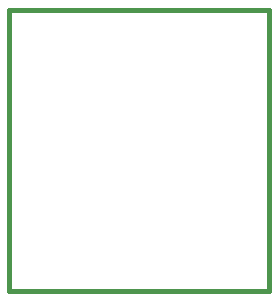
<source format=gko>
G04*
G04 #@! TF.GenerationSoftware,Altium Limited,Altium Designer,20.2.6 (244)*
G04*
G04 Layer_Color=16711935*
%FSLAX25Y25*%
%MOIN*%
G70*
G04*
G04 #@! TF.SameCoordinates,2912C924-6B85-435B-98AD-5968C9E07C92*
G04*
G04*
G04 #@! TF.FilePolarity,Positive*
G04*
G01*
G75*
%ADD34C,0.01575*%
D34*
X0Y0D02*
Y93898D01*
Y0D02*
X86614D01*
X0Y93898D02*
X86614Y93898D01*
Y0D02*
Y93898D01*
M02*

</source>
